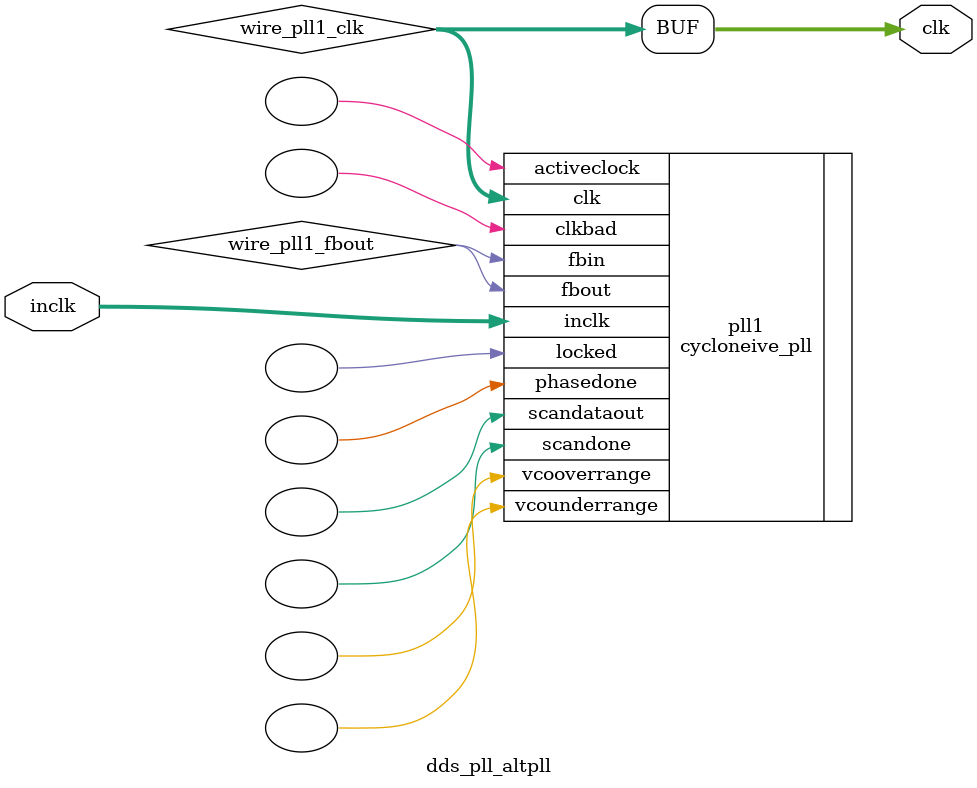
<source format=v>






//synthesis_resources = cycloneive_pll 1 
//synopsys translate_off
`timescale 1 ps / 1 ps
//synopsys translate_on
module  dds_pll_altpll
	( 
	clk,
	inclk) /* synthesis synthesis_clearbox=1 */;
	output   [4:0]  clk;
	input   [1:0]  inclk;
`ifndef ALTERA_RESERVED_QIS
// synopsys translate_off
`endif
	tri0   [1:0]  inclk;
`ifndef ALTERA_RESERVED_QIS
// synopsys translate_on
`endif

	wire  [4:0]   wire_pll1_clk;
	wire  wire_pll1_fbout;

	cycloneive_pll   pll1
	( 
	.activeclock(),
	.clk(wire_pll1_clk),
	.clkbad(),
	.fbin(wire_pll1_fbout),
	.fbout(wire_pll1_fbout),
	.inclk(inclk),
	.locked(),
	.phasedone(),
	.scandataout(),
	.scandone(),
	.vcooverrange(),
	.vcounderrange()
	`ifndef FORMAL_VERIFICATION
	// synopsys translate_off
	`endif
	,
	.areset(1'b0),
	.clkswitch(1'b0),
	.configupdate(1'b0),
	.pfdena(1'b1),
	.phasecounterselect({3{1'b0}}),
	.phasestep(1'b0),
	.phaseupdown(1'b0),
	.scanclk(1'b0),
	.scanclkena(1'b1),
	.scandata(1'b0)
	`ifndef FORMAL_VERIFICATION
	// synopsys translate_on
	`endif
	);
	defparam
		pll1.bandwidth_type = "auto",
		pll1.clk0_divide_by = 4,
		pll1.clk0_duty_cycle = 50,
		pll1.clk0_multiply_by = 1,
		pll1.clk0_phase_shift = "0",
		pll1.clk1_divide_by = 1250,
		pll1.clk1_duty_cycle = 50,
		pll1.clk1_multiply_by = 1,
		pll1.clk1_phase_shift = "0",
		pll1.compensate_clock = "clk0",
		pll1.inclk0_input_frequency = 8000,
		pll1.operation_mode = "normal",
		pll1.pll_type = "auto",
		pll1.lpm_type = "cycloneive_pll";
	assign
		clk = {wire_pll1_clk[4:0]};
endmodule //dds_pll_altpll
//VALID FILE

</source>
